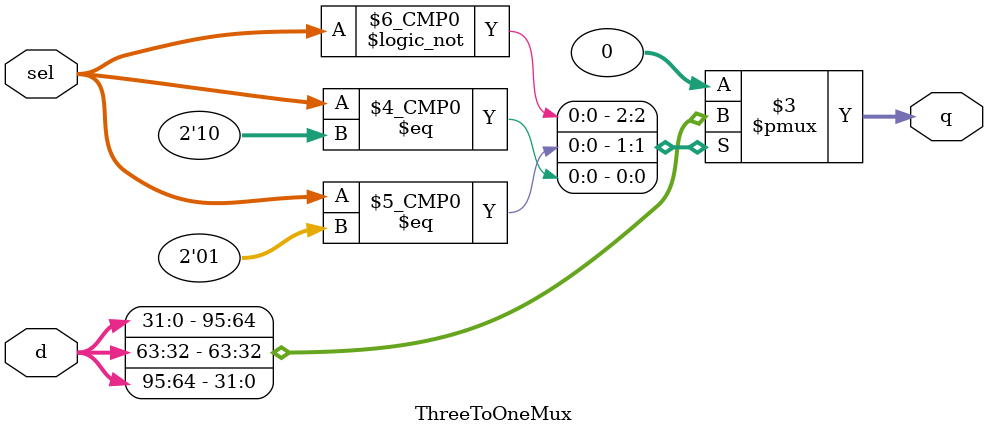
<source format=v>
`timescale 1ns / 1ps

`define RV_BIT_NUM_THREE    32
`define MUX_WIDTH_THREE  2
`define MUX_OPTION_THREE 3

`define muxcasethree(caseNum, num) \
caseNum: q = d[num*RV_BIT_NUM_THREE + RV_BIT_NUM_THREE-1:num*RV_BIT_NUM_THREE];

module ThreeToOneMux #(
    parameter integer RV_BIT_NUM_THREE = `RV_BIT_NUM_THREE)
    ( 
        input [`MUX_WIDTH_THREE-1:0] sel,
        input [(RV_BIT_NUM_THREE*`MUX_OPTION_THREE)-1 : 0] d, 
        output reg [RV_BIT_NUM_THREE-1:0]q);
    
    always@(*) begin
        case( sel )
            `muxcasethree(`MUX_WIDTH_THREE'd0, 0)
            `muxcasethree(`MUX_WIDTH_THREE'd1, 1)
            `muxcasethree(`MUX_WIDTH_THREE'd2, 2)
            default: q = `RV_BIT_NUM_THREE'd0;
        endcase
    end

endmodule
</source>
